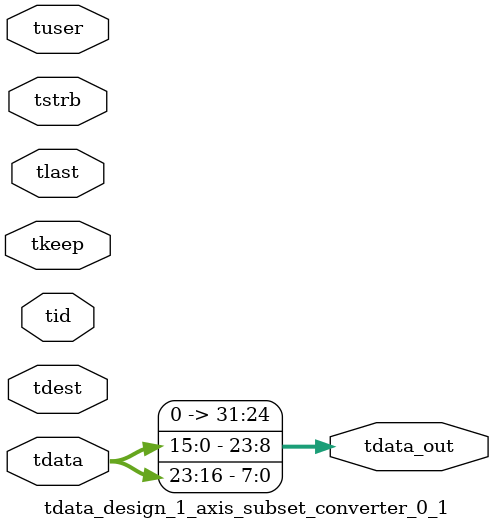
<source format=v>


`timescale 1ps/1ps

module tdata_design_1_axis_subset_converter_0_1 #
(
parameter C_S_AXIS_TDATA_WIDTH = 32,
parameter C_S_AXIS_TUSER_WIDTH = 0,
parameter C_S_AXIS_TID_WIDTH   = 0,
parameter C_S_AXIS_TDEST_WIDTH = 0,
parameter C_M_AXIS_TDATA_WIDTH = 32
)
(
input  [(C_S_AXIS_TDATA_WIDTH == 0 ? 1 : C_S_AXIS_TDATA_WIDTH)-1:0     ] tdata,
input  [(C_S_AXIS_TUSER_WIDTH == 0 ? 1 : C_S_AXIS_TUSER_WIDTH)-1:0     ] tuser,
input  [(C_S_AXIS_TID_WIDTH   == 0 ? 1 : C_S_AXIS_TID_WIDTH)-1:0       ] tid,
input  [(C_S_AXIS_TDEST_WIDTH == 0 ? 1 : C_S_AXIS_TDEST_WIDTH)-1:0     ] tdest,
input  [(C_S_AXIS_TDATA_WIDTH/8)-1:0 ] tkeep,
input  [(C_S_AXIS_TDATA_WIDTH/8)-1:0 ] tstrb,
input                                                                    tlast,
output [C_M_AXIS_TDATA_WIDTH-1:0] tdata_out
);

assign tdata_out = {tdata[15:8],tdata[7:0],tdata[23:16]};

endmodule


</source>
